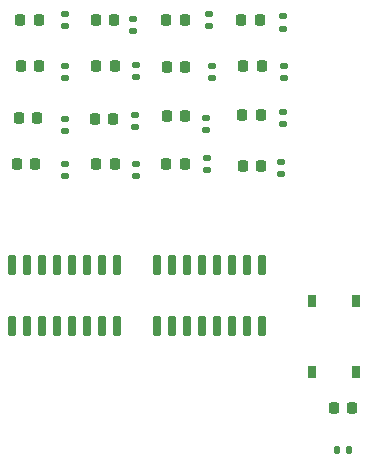
<source format=gbr>
%TF.GenerationSoftware,KiCad,Pcbnew,7.0.5*%
%TF.CreationDate,2023-07-28T19:51:42-07:00*%
%TF.ProjectId,roshambo-pcb-smt,726f7368-616d-4626-9f2d-7063622d736d,rev?*%
%TF.SameCoordinates,Original*%
%TF.FileFunction,Paste,Top*%
%TF.FilePolarity,Positive*%
%FSLAX46Y46*%
G04 Gerber Fmt 4.6, Leading zero omitted, Abs format (unit mm)*
G04 Created by KiCad (PCBNEW 7.0.5) date 2023-07-28 19:51:42*
%MOMM*%
%LPD*%
G01*
G04 APERTURE LIST*
G04 Aperture macros list*
%AMRoundRect*
0 Rectangle with rounded corners*
0 $1 Rounding radius*
0 $2 $3 $4 $5 $6 $7 $8 $9 X,Y pos of 4 corners*
0 Add a 4 corners polygon primitive as box body*
4,1,4,$2,$3,$4,$5,$6,$7,$8,$9,$2,$3,0*
0 Add four circle primitives for the rounded corners*
1,1,$1+$1,$2,$3*
1,1,$1+$1,$4,$5*
1,1,$1+$1,$6,$7*
1,1,$1+$1,$8,$9*
0 Add four rect primitives between the rounded corners*
20,1,$1+$1,$2,$3,$4,$5,0*
20,1,$1+$1,$4,$5,$6,$7,0*
20,1,$1+$1,$6,$7,$8,$9,0*
20,1,$1+$1,$8,$9,$2,$3,0*%
G04 Aperture macros list end*
%ADD10R,0.750000X1.000000*%
%ADD11RoundRect,0.135000X-0.135000X-0.185000X0.135000X-0.185000X0.135000X0.185000X-0.135000X0.185000X0*%
%ADD12RoundRect,0.225000X-0.225000X-0.250000X0.225000X-0.250000X0.225000X0.250000X-0.225000X0.250000X0*%
%ADD13RoundRect,0.218750X-0.218750X-0.256250X0.218750X-0.256250X0.218750X0.256250X-0.218750X0.256250X0*%
%ADD14RoundRect,0.150000X-0.150000X0.725000X-0.150000X-0.725000X0.150000X-0.725000X0.150000X0.725000X0*%
%ADD15RoundRect,0.135000X0.185000X-0.135000X0.185000X0.135000X-0.185000X0.135000X-0.185000X-0.135000X0*%
G04 APERTURE END LIST*
D10*
%TO.C,S1*%
X130098254Y-81944991D03*
X130098254Y-75944991D03*
X133848254Y-81944991D03*
X133848254Y-75944991D03*
%TD*%
D11*
%TO.C,R17*%
X132223254Y-88596991D03*
X133243254Y-88596991D03*
%TD*%
D12*
%TO.C,C1*%
X131960254Y-85040991D03*
X133510254Y-85040991D03*
%TD*%
D13*
%TO.C,D4*%
X124095000Y-52152000D03*
X125670000Y-52152000D03*
%TD*%
D14*
%TO.C,U2*%
X113605000Y-72945000D03*
X112335000Y-72945000D03*
X111065000Y-72945000D03*
X109795000Y-72945000D03*
X108525000Y-72945000D03*
X107255000Y-72945000D03*
X105985000Y-72945000D03*
X104715000Y-72945000D03*
X104715000Y-78095000D03*
X105985000Y-78095000D03*
X107255000Y-78095000D03*
X108525000Y-78095000D03*
X109795000Y-78095000D03*
X111065000Y-78095000D03*
X112335000Y-78095000D03*
X113605000Y-78095000D03*
%TD*%
D15*
%TO.C,R3*%
X121350000Y-52662000D03*
X121350000Y-51642000D03*
%TD*%
%TO.C,R12*%
X127647554Y-61002167D03*
X127647554Y-59982167D03*
%TD*%
%TO.C,R16*%
X127441841Y-65253016D03*
X127441841Y-64233016D03*
%TD*%
D13*
%TO.C,D9*%
X105235579Y-60452739D03*
X106810579Y-60452739D03*
%TD*%
D15*
%TO.C,R14*%
X115147795Y-65358045D03*
X115147795Y-64338045D03*
%TD*%
D14*
%TO.C,U3*%
X125873200Y-72945000D03*
X124603200Y-72945000D03*
X123333200Y-72945000D03*
X122063200Y-72945000D03*
X120793200Y-72945000D03*
X119523200Y-72945000D03*
X118253200Y-72945000D03*
X116983200Y-72945000D03*
X116983200Y-78095000D03*
X118253200Y-78095000D03*
X119523200Y-78095000D03*
X120793200Y-78095000D03*
X122063200Y-78095000D03*
X123333200Y-78095000D03*
X124603200Y-78095000D03*
X125873200Y-78095000D03*
%TD*%
D15*
%TO.C,R4*%
X127658364Y-52899366D03*
X127658364Y-51879366D03*
%TD*%
D13*
%TO.C,D5*%
X105413431Y-56038200D03*
X106988431Y-56038200D03*
%TD*%
D15*
%TO.C,R6*%
X115173066Y-57030800D03*
X115173066Y-56010800D03*
%TD*%
D13*
%TO.C,D1*%
X105368919Y-52152000D03*
X106943919Y-52152000D03*
%TD*%
D15*
%TO.C,R10*%
X115103600Y-61272600D03*
X115103600Y-60252600D03*
%TD*%
%TO.C,R11*%
X121148800Y-61501200D03*
X121148800Y-60481200D03*
%TD*%
D13*
%TO.C,D6*%
X111826900Y-56038200D03*
X113401900Y-56038200D03*
%TD*%
%TO.C,D16*%
X124222100Y-64547200D03*
X125797100Y-64547200D03*
%TD*%
%TO.C,D10*%
X111675046Y-60537606D03*
X113250046Y-60537606D03*
%TD*%
D15*
%TO.C,R5*%
X109204512Y-57058200D03*
X109204512Y-56038200D03*
%TD*%
%TO.C,R2*%
X114950754Y-53091800D03*
X114950754Y-52071800D03*
%TD*%
%TO.C,R13*%
X109179241Y-65385445D03*
X109179241Y-64365445D03*
%TD*%
D13*
%TO.C,D3*%
X117763919Y-52152000D03*
X119338919Y-52152000D03*
%TD*%
%TO.C,D14*%
X111801629Y-64365445D03*
X113376629Y-64365445D03*
%TD*%
D15*
%TO.C,R1*%
X109160000Y-52662000D03*
X109160000Y-51642000D03*
%TD*%
D13*
%TO.C,D11*%
X117795900Y-60280000D03*
X119370900Y-60280000D03*
%TD*%
%TO.C,D13*%
X105083160Y-64365445D03*
X106658160Y-64365445D03*
%TD*%
%TO.C,D15*%
X117764241Y-64365445D03*
X119339241Y-64365445D03*
%TD*%
D15*
%TO.C,R8*%
X127702876Y-57058200D03*
X127702876Y-56038200D03*
%TD*%
%TO.C,R7*%
X121631400Y-57081600D03*
X121631400Y-56061600D03*
%TD*%
D13*
%TO.C,D2*%
X111782388Y-52152000D03*
X113357388Y-52152000D03*
%TD*%
D15*
%TO.C,R9*%
X109135046Y-61550000D03*
X109135046Y-60530000D03*
%TD*%
D13*
%TO.C,D8*%
X124250902Y-56095839D03*
X125825902Y-56095839D03*
%TD*%
%TO.C,D12*%
X124160219Y-60198138D03*
X125735219Y-60198138D03*
%TD*%
%TO.C,D7*%
X117789512Y-56159489D03*
X119364512Y-56159489D03*
%TD*%
D15*
%TO.C,R15*%
X121174200Y-64879400D03*
X121174200Y-63859400D03*
%TD*%
M02*

</source>
